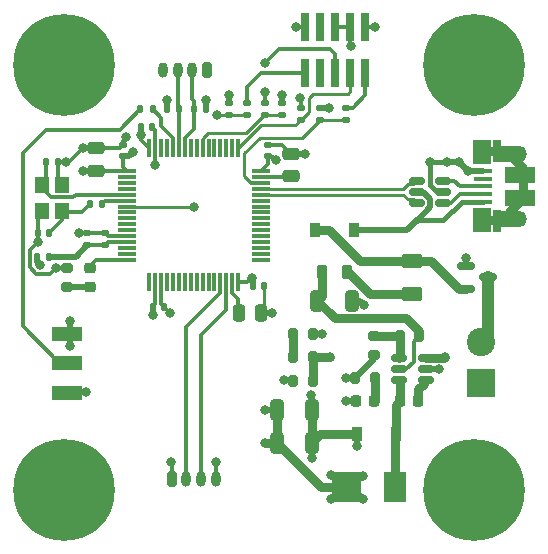
<source format=gbr>
%TF.GenerationSoftware,KiCad,Pcbnew,(6.0.6)*%
%TF.CreationDate,2023-01-10T19:01:40-05:00*%
%TF.ProjectId,STM32F4_REV1,53544d33-3246-4345-9f52-4556312e6b69,rev?*%
%TF.SameCoordinates,Original*%
%TF.FileFunction,Copper,L1,Top*%
%TF.FilePolarity,Positive*%
%FSLAX46Y46*%
G04 Gerber Fmt 4.6, Leading zero omitted, Abs format (unit mm)*
G04 Created by KiCad (PCBNEW (6.0.6)) date 2023-01-10 19:01:40*
%MOMM*%
%LPD*%
G01*
G04 APERTURE LIST*
G04 Aperture macros list*
%AMRoundRect*
0 Rectangle with rounded corners*
0 $1 Rounding radius*
0 $2 $3 $4 $5 $6 $7 $8 $9 X,Y pos of 4 corners*
0 Add a 4 corners polygon primitive as box body*
4,1,4,$2,$3,$4,$5,$6,$7,$8,$9,$2,$3,0*
0 Add four circle primitives for the rounded corners*
1,1,$1+$1,$2,$3*
1,1,$1+$1,$4,$5*
1,1,$1+$1,$6,$7*
1,1,$1+$1,$8,$9*
0 Add four rect primitives between the rounded corners*
20,1,$1+$1,$2,$3,$4,$5,0*
20,1,$1+$1,$4,$5,$6,$7,0*
20,1,$1+$1,$6,$7,$8,$9,0*
20,1,$1+$1,$8,$9,$2,$3,0*%
G04 Aperture macros list end*
%TA.AperFunction,SMDPad,CuDef*%
%ADD10RoundRect,0.250000X-0.625000X0.375000X-0.625000X-0.375000X0.625000X-0.375000X0.625000X0.375000X0*%
%TD*%
%TA.AperFunction,SMDPad,CuDef*%
%ADD11RoundRect,0.250000X0.475000X-0.250000X0.475000X0.250000X-0.475000X0.250000X-0.475000X-0.250000X0*%
%TD*%
%TA.AperFunction,SMDPad,CuDef*%
%ADD12RoundRect,0.150000X0.512500X0.150000X-0.512500X0.150000X-0.512500X-0.150000X0.512500X-0.150000X0*%
%TD*%
%TA.AperFunction,ComponentPad*%
%ADD13RoundRect,0.200000X-0.200000X-0.450000X0.200000X-0.450000X0.200000X0.450000X-0.200000X0.450000X0*%
%TD*%
%TA.AperFunction,ComponentPad*%
%ADD14O,0.800000X1.300000*%
%TD*%
%TA.AperFunction,ComponentPad*%
%ADD15RoundRect,0.200000X0.200000X0.450000X-0.200000X0.450000X-0.200000X-0.450000X0.200000X-0.450000X0*%
%TD*%
%TA.AperFunction,SMDPad,CuDef*%
%ADD16R,1.200000X1.400000*%
%TD*%
%TA.AperFunction,SMDPad,CuDef*%
%ADD17RoundRect,0.075000X-0.700000X-0.075000X0.700000X-0.075000X0.700000X0.075000X-0.700000X0.075000X0*%
%TD*%
%TA.AperFunction,SMDPad,CuDef*%
%ADD18RoundRect,0.075000X-0.075000X-0.700000X0.075000X-0.700000X0.075000X0.700000X-0.075000X0.700000X0*%
%TD*%
%TA.AperFunction,SMDPad,CuDef*%
%ADD19RoundRect,0.140000X-0.140000X-0.170000X0.140000X-0.170000X0.140000X0.170000X-0.140000X0.170000X0*%
%TD*%
%TA.AperFunction,SMDPad,CuDef*%
%ADD20RoundRect,0.135000X-0.185000X0.135000X-0.185000X-0.135000X0.185000X-0.135000X0.185000X0.135000X0*%
%TD*%
%TA.AperFunction,SMDPad,CuDef*%
%ADD21RoundRect,0.200000X0.200000X0.275000X-0.200000X0.275000X-0.200000X-0.275000X0.200000X-0.275000X0*%
%TD*%
%TA.AperFunction,SMDPad,CuDef*%
%ADD22RoundRect,0.250000X-0.325000X-0.650000X0.325000X-0.650000X0.325000X0.650000X-0.325000X0.650000X0*%
%TD*%
%TA.AperFunction,SMDPad,CuDef*%
%ADD23RoundRect,0.135000X0.135000X0.185000X-0.135000X0.185000X-0.135000X-0.185000X0.135000X-0.185000X0*%
%TD*%
%TA.AperFunction,SMDPad,CuDef*%
%ADD24RoundRect,0.135000X0.185000X-0.135000X0.185000X0.135000X-0.185000X0.135000X-0.185000X-0.135000X0*%
%TD*%
%TA.AperFunction,ComponentPad*%
%ADD25C,0.900000*%
%TD*%
%TA.AperFunction,ComponentPad*%
%ADD26C,8.600000*%
%TD*%
%TA.AperFunction,SMDPad,CuDef*%
%ADD27R,0.740000X2.400000*%
%TD*%
%TA.AperFunction,SMDPad,CuDef*%
%ADD28RoundRect,0.140000X0.170000X-0.140000X0.170000X0.140000X-0.170000X0.140000X-0.170000X-0.140000X0*%
%TD*%
%TA.AperFunction,ComponentPad*%
%ADD29R,2.400000X2.400000*%
%TD*%
%TA.AperFunction,ComponentPad*%
%ADD30C,2.400000*%
%TD*%
%TA.AperFunction,SMDPad,CuDef*%
%ADD31R,2.500000X1.250000*%
%TD*%
%TA.AperFunction,SMDPad,CuDef*%
%ADD32RoundRect,0.140000X0.140000X0.170000X-0.140000X0.170000X-0.140000X-0.170000X0.140000X-0.170000X0*%
%TD*%
%TA.AperFunction,SMDPad,CuDef*%
%ADD33R,1.900000X2.500000*%
%TD*%
%TA.AperFunction,SMDPad,CuDef*%
%ADD34RoundRect,0.140000X-0.170000X0.140000X-0.170000X-0.140000X0.170000X-0.140000X0.170000X0.140000X0*%
%TD*%
%TA.AperFunction,SMDPad,CuDef*%
%ADD35RoundRect,0.200000X-0.275000X0.200000X-0.275000X-0.200000X0.275000X-0.200000X0.275000X0.200000X0*%
%TD*%
%TA.AperFunction,SMDPad,CuDef*%
%ADD36RoundRect,0.200000X0.275000X-0.200000X0.275000X0.200000X-0.275000X0.200000X-0.275000X-0.200000X0*%
%TD*%
%TA.AperFunction,SMDPad,CuDef*%
%ADD37RoundRect,0.225000X-0.225000X-0.250000X0.225000X-0.250000X0.225000X0.250000X-0.225000X0.250000X0*%
%TD*%
%TA.AperFunction,SMDPad,CuDef*%
%ADD38R,1.650000X0.400000*%
%TD*%
%TA.AperFunction,ComponentPad*%
%ADD39O,1.700000X1.350000*%
%TD*%
%TA.AperFunction,SMDPad,CuDef*%
%ADD40R,2.000000X1.350000*%
%TD*%
%TA.AperFunction,SMDPad,CuDef*%
%ADD41R,2.500000X1.430000*%
%TD*%
%TA.AperFunction,SMDPad,CuDef*%
%ADD42R,0.700000X1.825000*%
%TD*%
%TA.AperFunction,SMDPad,CuDef*%
%ADD43R,1.500000X2.000000*%
%TD*%
%TA.AperFunction,ComponentPad*%
%ADD44O,1.500000X1.100000*%
%TD*%
%TA.AperFunction,SMDPad,CuDef*%
%ADD45RoundRect,0.150000X-0.587500X-0.150000X0.587500X-0.150000X0.587500X0.150000X-0.587500X0.150000X0*%
%TD*%
%TA.AperFunction,SMDPad,CuDef*%
%ADD46RoundRect,0.200000X-0.200000X-0.275000X0.200000X-0.275000X0.200000X0.275000X-0.200000X0.275000X0*%
%TD*%
%TA.AperFunction,SMDPad,CuDef*%
%ADD47RoundRect,0.250000X-0.250000X-0.475000X0.250000X-0.475000X0.250000X0.475000X-0.250000X0.475000X0*%
%TD*%
%TA.AperFunction,SMDPad,CuDef*%
%ADD48R,0.900000X1.200000*%
%TD*%
%TA.AperFunction,SMDPad,CuDef*%
%ADD49RoundRect,0.218750X0.218750X0.256250X-0.218750X0.256250X-0.218750X-0.256250X0.218750X-0.256250X0*%
%TD*%
%TA.AperFunction,SMDPad,CuDef*%
%ADD50RoundRect,0.147500X-0.147500X-0.172500X0.147500X-0.172500X0.147500X0.172500X-0.147500X0.172500X0*%
%TD*%
%TA.AperFunction,SMDPad,CuDef*%
%ADD51RoundRect,0.250000X0.325000X0.650000X-0.325000X0.650000X-0.325000X-0.650000X0.325000X-0.650000X0*%
%TD*%
%TA.AperFunction,SMDPad,CuDef*%
%ADD52RoundRect,0.135000X-0.135000X-0.185000X0.135000X-0.185000X0.135000X0.185000X-0.135000X0.185000X0*%
%TD*%
%TA.AperFunction,SMDPad,CuDef*%
%ADD53RoundRect,0.218750X0.256250X-0.218750X0.256250X0.218750X-0.256250X0.218750X-0.256250X-0.218750X0*%
%TD*%
%TA.AperFunction,SMDPad,CuDef*%
%ADD54RoundRect,0.218750X0.218750X0.381250X-0.218750X0.381250X-0.218750X-0.381250X0.218750X-0.381250X0*%
%TD*%
%TA.AperFunction,ViaPad*%
%ADD55C,0.800000*%
%TD*%
%TA.AperFunction,Conductor*%
%ADD56C,0.750000*%
%TD*%
%TA.AperFunction,Conductor*%
%ADD57C,0.400000*%
%TD*%
%TA.AperFunction,Conductor*%
%ADD58C,0.300000*%
%TD*%
%TA.AperFunction,Conductor*%
%ADD59C,0.500000*%
%TD*%
%TA.AperFunction,Conductor*%
%ADD60C,0.250000*%
%TD*%
%TA.AperFunction,Conductor*%
%ADD61C,1.000000*%
%TD*%
%TA.AperFunction,Conductor*%
%ADD62C,0.261112*%
%TD*%
G04 APERTURE END LIST*
D10*
%TO.P,F1,1*%
%TO.N,Net-(D1-Pad1)*%
X152500000Y-104850000D03*
%TO.P,F1,2*%
%TO.N,Net-(F1-Pad2)*%
X152500000Y-107650000D03*
%TD*%
D11*
%TO.P,C14,1*%
%TO.N,Net-(C14-Pad1)*%
X142250000Y-97700000D03*
%TO.P,C14,2*%
%TO.N,GND*%
X142250000Y-95800000D03*
%TD*%
D12*
%TO.P,U3,1,I/O1*%
%TO.N,USBCONN_D-*%
X155137500Y-99950000D03*
%TO.P,U3,2,GND*%
%TO.N,GND*%
X155137500Y-99000000D03*
%TO.P,U3,3,I/O2*%
%TO.N,USBCONN_D+*%
X155137500Y-98050000D03*
%TO.P,U3,4,I/O2*%
%TO.N,USB_D+*%
X152862500Y-98050000D03*
%TO.P,U3,5,VBUS*%
%TO.N,+5V*%
X152862500Y-99000000D03*
%TO.P,U3,6,I/O1*%
%TO.N,USB_D-*%
X152862500Y-99950000D03*
%TD*%
D13*
%TO.P,J3,1,Pin_1*%
%TO.N,+3V3*%
X132125000Y-123300000D03*
D14*
%TO.P,J3,2,Pin_2*%
%TO.N,USART3_TX*%
X133375000Y-123300000D03*
%TO.P,J3,3,Pin_3*%
%TO.N,USART3_RX*%
X134625000Y-123300000D03*
%TO.P,J3,4,Pin_4*%
%TO.N,GND*%
X135875000Y-123300000D03*
%TD*%
D15*
%TO.P,J4,1,Pin_1*%
%TO.N,+3V3*%
X135125000Y-88700000D03*
D14*
%TO.P,J4,2,Pin_2*%
%TO.N,I2C1_SCL*%
X133875000Y-88700000D03*
%TO.P,J4,3,Pin_3*%
%TO.N,I2C1_SDA*%
X132625000Y-88700000D03*
%TO.P,J4,4,Pin_4*%
%TO.N,GND*%
X131375000Y-88700000D03*
%TD*%
D16*
%TO.P,Y1,1,1*%
%TO.N,HSE_IN*%
X121150000Y-98400000D03*
%TO.P,Y1,2,2*%
%TO.N,GND*%
X121150000Y-100600000D03*
%TO.P,Y1,3,3*%
%TO.N,Net-(C16-Pad1)*%
X122850000Y-100600000D03*
%TO.P,Y1,4,4*%
%TO.N,GND*%
X122850000Y-98400000D03*
%TD*%
D17*
%TO.P,U2,1,VBAT*%
%TO.N,+3V3*%
X128325000Y-97250000D03*
%TO.P,U2,2,PC13*%
%TO.N,unconnected-(U2-Pad2)*%
X128325000Y-97750000D03*
%TO.P,U2,3,PC14*%
%TO.N,unconnected-(U2-Pad3)*%
X128325000Y-98250000D03*
%TO.P,U2,4,PC15*%
%TO.N,unconnected-(U2-Pad4)*%
X128325000Y-98750000D03*
%TO.P,U2,5,PH0*%
%TO.N,HSE_IN*%
X128325000Y-99250000D03*
%TO.P,U2,6,PH1*%
%TO.N,HSE_OUT*%
X128325000Y-99750000D03*
%TO.P,U2,7,NRST*%
%TO.N,NRST*%
X128325000Y-100250000D03*
%TO.P,U2,8,PC0*%
%TO.N,unconnected-(U2-Pad8)*%
X128325000Y-100750000D03*
%TO.P,U2,9,PC1*%
%TO.N,unconnected-(U2-Pad9)*%
X128325000Y-101250000D03*
%TO.P,U2,10,PC2*%
%TO.N,unconnected-(U2-Pad10)*%
X128325000Y-101750000D03*
%TO.P,U2,11,PC3*%
%TO.N,unconnected-(U2-Pad11)*%
X128325000Y-102250000D03*
%TO.P,U2,12,VSSA*%
%TO.N,GND*%
X128325000Y-102750000D03*
%TO.P,U2,13,VDDA*%
%TO.N,+3.3VA*%
X128325000Y-103250000D03*
%TO.P,U2,14,PA0*%
%TO.N,unconnected-(U2-Pad14)*%
X128325000Y-103750000D03*
%TO.P,U2,15,PA1*%
%TO.N,unconnected-(U2-Pad15)*%
X128325000Y-104250000D03*
%TO.P,U2,16,PA2*%
%TO.N,STATUS_LED*%
X128325000Y-104750000D03*
D18*
%TO.P,U2,17,PA3*%
%TO.N,unconnected-(U2-Pad17)*%
X130250000Y-106675000D03*
%TO.P,U2,18,VSS*%
%TO.N,GND*%
X130750000Y-106675000D03*
%TO.P,U2,19,VDD*%
%TO.N,+3V3*%
X131250000Y-106675000D03*
%TO.P,U2,20,PA4*%
%TO.N,unconnected-(U2-Pad20)*%
X131750000Y-106675000D03*
%TO.P,U2,21,PA5*%
%TO.N,unconnected-(U2-Pad21)*%
X132250000Y-106675000D03*
%TO.P,U2,22,PA6*%
%TO.N,unconnected-(U2-Pad22)*%
X132750000Y-106675000D03*
%TO.P,U2,23,PA7*%
%TO.N,unconnected-(U2-Pad23)*%
X133250000Y-106675000D03*
%TO.P,U2,24,PC4*%
%TO.N,unconnected-(U2-Pad24)*%
X133750000Y-106675000D03*
%TO.P,U2,25,PC5*%
%TO.N,unconnected-(U2-Pad25)*%
X134250000Y-106675000D03*
%TO.P,U2,26,PB0*%
%TO.N,unconnected-(U2-Pad26)*%
X134750000Y-106675000D03*
%TO.P,U2,27,PB1*%
%TO.N,unconnected-(U2-Pad27)*%
X135250000Y-106675000D03*
%TO.P,U2,28,PB2*%
%TO.N,unconnected-(U2-Pad28)*%
X135750000Y-106675000D03*
%TO.P,U2,29,PB10*%
%TO.N,USART3_TX*%
X136250000Y-106675000D03*
%TO.P,U2,30,PB11*%
%TO.N,USART3_RX*%
X136750000Y-106675000D03*
%TO.P,U2,31,VCAP_1*%
%TO.N,Net-(C13-Pad1)*%
X137250000Y-106675000D03*
%TO.P,U2,32,VDD*%
%TO.N,+3V3*%
X137750000Y-106675000D03*
D17*
%TO.P,U2,33,PB12*%
%TO.N,unconnected-(U2-Pad33)*%
X139675000Y-104750000D03*
%TO.P,U2,34,PB13*%
%TO.N,unconnected-(U2-Pad34)*%
X139675000Y-104250000D03*
%TO.P,U2,35,PB14*%
%TO.N,unconnected-(U2-Pad35)*%
X139675000Y-103750000D03*
%TO.P,U2,36,PB15*%
%TO.N,unconnected-(U2-Pad36)*%
X139675000Y-103250000D03*
%TO.P,U2,37,PC6*%
%TO.N,unconnected-(U2-Pad37)*%
X139675000Y-102750000D03*
%TO.P,U2,38,PC7*%
%TO.N,unconnected-(U2-Pad38)*%
X139675000Y-102250000D03*
%TO.P,U2,39,PC8*%
%TO.N,unconnected-(U2-Pad39)*%
X139675000Y-101750000D03*
%TO.P,U2,40,PC9*%
%TO.N,unconnected-(U2-Pad40)*%
X139675000Y-101250000D03*
%TO.P,U2,41,PA8*%
%TO.N,unconnected-(U2-Pad41)*%
X139675000Y-100750000D03*
%TO.P,U2,42,PA9*%
%TO.N,unconnected-(U2-Pad42)*%
X139675000Y-100250000D03*
%TO.P,U2,43,PA10*%
%TO.N,unconnected-(U2-Pad43)*%
X139675000Y-99750000D03*
%TO.P,U2,44,PA11*%
%TO.N,USB_D-*%
X139675000Y-99250000D03*
%TO.P,U2,45,PA12*%
%TO.N,USB_D+*%
X139675000Y-98750000D03*
%TO.P,U2,46,PA13*%
%TO.N,SWIO*%
X139675000Y-98250000D03*
%TO.P,U2,47,VCAP_2*%
%TO.N,Net-(C14-Pad1)*%
X139675000Y-97750000D03*
%TO.P,U2,48,VDD*%
%TO.N,+3V3*%
X139675000Y-97250000D03*
D18*
%TO.P,U2,49,PA14*%
%TO.N,SWCLK*%
X137750000Y-95325000D03*
%TO.P,U2,50,PA15*%
%TO.N,unconnected-(U2-Pad50)*%
X137250000Y-95325000D03*
%TO.P,U2,51,PC10*%
%TO.N,unconnected-(U2-Pad51)*%
X136750000Y-95325000D03*
%TO.P,U2,52,PC11*%
%TO.N,unconnected-(U2-Pad52)*%
X136250000Y-95325000D03*
%TO.P,U2,53,PC12*%
%TO.N,unconnected-(U2-Pad53)*%
X135750000Y-95325000D03*
%TO.P,U2,54,PD2*%
%TO.N,unconnected-(U2-Pad54)*%
X135250000Y-95325000D03*
%TO.P,U2,55,PB3*%
%TO.N,SWO*%
X134750000Y-95325000D03*
%TO.P,U2,56,PB4*%
%TO.N,unconnected-(U2-Pad56)*%
X134250000Y-95325000D03*
%TO.P,U2,57,PB5*%
%TO.N,unconnected-(U2-Pad57)*%
X133750000Y-95325000D03*
%TO.P,U2,58,PB6*%
%TO.N,I2C1_SCL*%
X133250000Y-95325000D03*
%TO.P,U2,59,PB7*%
%TO.N,I2C1_SDA*%
X132750000Y-95325000D03*
%TO.P,U2,60,BOOT0*%
%TO.N,BOOT0*%
X132250000Y-95325000D03*
%TO.P,U2,61,PB8*%
%TO.N,unconnected-(U2-Pad61)*%
X131750000Y-95325000D03*
%TO.P,U2,62,PB9*%
%TO.N,unconnected-(U2-Pad62)*%
X131250000Y-95325000D03*
%TO.P,U2,63,VSS*%
%TO.N,GND*%
X130750000Y-95325000D03*
%TO.P,U2,64,VDD*%
%TO.N,+3V3*%
X130250000Y-95325000D03*
%TD*%
D19*
%TO.P,C8,1*%
%TO.N,+3V3*%
X139020000Y-107000000D03*
%TO.P,C8,2*%
%TO.N,GND*%
X139980000Y-107000000D03*
%TD*%
D20*
%TO.P,R10,1*%
%TO.N,Net-(J2-Pad2)*%
X146930000Y-91910000D03*
%TO.P,R10,2*%
%TO.N,SWIO*%
X146930000Y-92930000D03*
%TD*%
D21*
%TO.P,R6,1*%
%TO.N,Net-(D3-Pad1)*%
X149325000Y-114750000D03*
%TO.P,R6,2*%
%TO.N,GND*%
X147675000Y-114750000D03*
%TD*%
D22*
%TO.P,C4,1*%
%TO.N,BUCK_IN*%
X144462500Y-108250000D03*
%TO.P,C4,2*%
%TO.N,GND*%
X147412500Y-108250000D03*
%TD*%
D19*
%TO.P,C15,1*%
%TO.N,HSE_IN*%
X121520000Y-96500000D03*
%TO.P,C15,2*%
%TO.N,GND*%
X122480000Y-96500000D03*
%TD*%
D23*
%TO.P,R16,1*%
%TO.N,+3V3*%
X135010000Y-92000000D03*
%TO.P,R16,2*%
%TO.N,I2C1_SCL*%
X133990000Y-92000000D03*
%TD*%
D20*
%TO.P,R11,1*%
%TO.N,Net-(J2-Pad6)*%
X140000000Y-91490000D03*
%TO.P,R11,2*%
%TO.N,SWO*%
X140000000Y-92510000D03*
%TD*%
D21*
%TO.P,R2,1*%
%TO.N,BUCK_IN*%
X153075000Y-111250000D03*
%TO.P,R2,2*%
%TO.N,BUCK_EN*%
X151425000Y-111250000D03*
%TD*%
D11*
%TO.P,C5,1*%
%TO.N,+3V3*%
X125750000Y-97200000D03*
%TO.P,C5,2*%
%TO.N,GND*%
X125750000Y-95300000D03*
%TD*%
D24*
%TO.P,R8,1*%
%TO.N,SWO*%
X141500000Y-92510000D03*
%TO.P,R8,2*%
%TO.N,+3V3*%
X141500000Y-91490000D03*
%TD*%
D25*
%TO.P,H3,1,1*%
%TO.N,GND*%
X120719581Y-121969581D03*
X120719581Y-126530419D03*
X125280419Y-121969581D03*
X125280419Y-126530419D03*
D26*
X123000000Y-124250000D03*
D25*
X126225000Y-124250000D03*
X123000000Y-127475000D03*
X119775000Y-124250000D03*
X123000000Y-121025000D03*
%TD*%
D27*
%TO.P,J2,1,Pin_1*%
%TO.N,+3V3*%
X148540000Y-85050000D03*
%TO.P,J2,2,Pin_2*%
%TO.N,Net-(J2-Pad2)*%
X148540000Y-88950000D03*
%TO.P,J2,3,Pin_3*%
%TO.N,GND*%
X147270000Y-85050000D03*
%TO.P,J2,4,Pin_4*%
%TO.N,SWCLK*%
X147270000Y-88950000D03*
%TO.P,J2,5,Pin_5*%
%TO.N,GND*%
X146000000Y-85050000D03*
%TO.P,J2,6,Pin_6*%
%TO.N,Net-(J2-Pad6)*%
X146000000Y-88950000D03*
%TO.P,J2,7,Pin_7*%
%TO.N,unconnected-(J2-Pad7)*%
X144730000Y-85050000D03*
%TO.P,J2,8,Pin_8*%
%TO.N,unconnected-(J2-Pad8)*%
X144730000Y-88950000D03*
%TO.P,J2,9,Pin_9*%
%TO.N,GND*%
X143460000Y-85050000D03*
%TO.P,J2,10,Pin_10*%
%TO.N,Net-(J2-Pad10)*%
X143460000Y-88950000D03*
%TD*%
D25*
%TO.P,H4,1,1*%
%TO.N,GND*%
X123000000Y-85025000D03*
X125280419Y-85969581D03*
X125280419Y-90530419D03*
X126225000Y-88250000D03*
X119775000Y-88250000D03*
X123000000Y-91475000D03*
X120719581Y-90530419D03*
X120719581Y-85969581D03*
D26*
X123000000Y-88250000D03*
%TD*%
D28*
%TO.P,C9,1*%
%TO.N,+3V3*%
X140250000Y-95980000D03*
%TO.P,C9,2*%
%TO.N,GND*%
X140250000Y-95020000D03*
%TD*%
D24*
%TO.P,R9,1*%
%TO.N,NRST*%
X137000000Y-92510000D03*
%TO.P,R9,2*%
%TO.N,+3V3*%
X137000000Y-91490000D03*
%TD*%
D19*
%TO.P,C10,1*%
%TO.N,+3V3*%
X129520000Y-93500000D03*
%TO.P,C10,2*%
%TO.N,GND*%
X130480000Y-93500000D03*
%TD*%
D29*
%TO.P,J1,1,Pin_1*%
%TO.N,GND*%
X158280000Y-115200000D03*
D30*
%TO.P,J1,2,Pin_2*%
%TO.N,+12V*%
X158280000Y-111700000D03*
%TD*%
D20*
%TO.P,R13,1*%
%TO.N,GND*%
X143040000Y-91920000D03*
%TO.P,R13,2*%
%TO.N,SWCLK*%
X143040000Y-92940000D03*
%TD*%
D31*
%TO.P,SW1,1,A*%
%TO.N,+3V3*%
X123250000Y-111000000D03*
%TO.P,SW1,2,B*%
%TO.N,Net-(R14-Pad2)*%
X123250000Y-113500000D03*
%TO.P,SW1,3,C*%
%TO.N,GND*%
X123250000Y-116000000D03*
%TD*%
D32*
%TO.P,C16,1*%
%TO.N,Net-(C16-Pad1)*%
X121730000Y-102500000D03*
%TO.P,C16,2*%
%TO.N,GND*%
X120770000Y-102500000D03*
%TD*%
D23*
%TO.P,R15,1*%
%TO.N,HSE_OUT*%
X126260000Y-100000000D03*
%TO.P,R15,2*%
%TO.N,Net-(C16-Pad1)*%
X125240000Y-100000000D03*
%TD*%
D33*
%TO.P,L1,1*%
%TO.N,BUCK_SW*%
X151050000Y-124000000D03*
%TO.P,L1,2*%
%TO.N,+3V3*%
X146950000Y-124000000D03*
%TD*%
D34*
%TO.P,C11,1*%
%TO.N,GND*%
X125000000Y-102520000D03*
%TO.P,C11,2*%
%TO.N,+3.3VA*%
X125000000Y-103480000D03*
%TD*%
D35*
%TO.P,R4,1*%
%TO.N,BUCK_EN*%
X149250000Y-111175000D03*
%TO.P,R4,2*%
%TO.N,GND*%
X149250000Y-112825000D03*
%TD*%
D34*
%TO.P,C12,1*%
%TO.N,GND*%
X126500000Y-102520000D03*
%TO.P,C12,2*%
%TO.N,+3.3VA*%
X126500000Y-103480000D03*
%TD*%
D36*
%TO.P,R18,1*%
%TO.N,Net-(D4-Pad1)*%
X123250000Y-107075000D03*
%TO.P,R18,2*%
%TO.N,GND*%
X123250000Y-105425000D03*
%TD*%
D28*
%TO.P,C6,1*%
%TO.N,+3V3*%
X128000000Y-96000000D03*
%TO.P,C6,2*%
%TO.N,GND*%
X128000000Y-95040000D03*
%TD*%
D32*
%TO.P,C7,1*%
%TO.N,+3V3*%
X131480000Y-108750000D03*
%TO.P,C7,2*%
%TO.N,GND*%
X130520000Y-108750000D03*
%TD*%
D37*
%TO.P,C1,1*%
%TO.N,BUCK_SW*%
X151475000Y-116750000D03*
%TO.P,C1,2*%
%TO.N,BUCK_BST*%
X153025000Y-116750000D03*
%TD*%
D20*
%TO.P,R12,1*%
%TO.N,Net-(J2-Pad10)*%
X138500000Y-91490000D03*
%TO.P,R12,2*%
%TO.N,NRST*%
X138500000Y-92510000D03*
%TD*%
D38*
%TO.P,J5,1,VBUS*%
%TO.N,+5V*%
X158495000Y-99845000D03*
%TO.P,J5,2,D-*%
%TO.N,USBCONN_D-*%
X158495000Y-99195000D03*
%TO.P,J5,3,D+*%
%TO.N,USBCONN_D+*%
X158495000Y-98545000D03*
%TO.P,J5,4,ID*%
%TO.N,unconnected-(J5-Pad4)*%
X158495000Y-97895000D03*
%TO.P,J5,5,GND*%
%TO.N,GND*%
X158495000Y-97245000D03*
D39*
%TO.P,J5,6,Shield*%
%TO.N,unconnected-(J5-Pad6)*%
X161375000Y-101275000D03*
D40*
X160445000Y-101275000D03*
D41*
X161645000Y-97585000D03*
D42*
X159695000Y-95545000D03*
D43*
X158395000Y-101395000D03*
D42*
X159695000Y-101495000D03*
D39*
X161375000Y-95815000D03*
D44*
X158375000Y-96125000D03*
D43*
X158375000Y-95645000D03*
D41*
X161645000Y-99505000D03*
D44*
X158375000Y-100965000D03*
D40*
X160445000Y-95795000D03*
%TD*%
D45*
%TO.P,Q1,1,G*%
%TO.N,GND*%
X157062500Y-105300000D03*
%TO.P,Q1,2,S*%
%TO.N,Net-(D1-Pad1)*%
X157062500Y-107200000D03*
%TO.P,Q1,3,D*%
%TO.N,+12V*%
X158937500Y-106250000D03*
%TD*%
D46*
%TO.P,R5,1*%
%TO.N,Net-(R3-Pad2)*%
X142425000Y-111000000D03*
%TO.P,R5,2*%
%TO.N,GND*%
X144075000Y-111000000D03*
%TD*%
D47*
%TO.P,C13,1*%
%TO.N,Net-(C13-Pad1)*%
X137800000Y-109250000D03*
%TO.P,C13,2*%
%TO.N,GND*%
X139700000Y-109250000D03*
%TD*%
D26*
%TO.P,H1,1,1*%
%TO.N,GND*%
X157750000Y-88250000D03*
D25*
X154525000Y-88250000D03*
X155469581Y-85969581D03*
X160975000Y-88250000D03*
X155469581Y-90530419D03*
X157750000Y-91475000D03*
X160030419Y-85969581D03*
X160030419Y-90530419D03*
X157750000Y-85025000D03*
%TD*%
D48*
%TO.P,D1,1,K*%
%TO.N,Net-(D1-Pad1)*%
X144287500Y-102250000D03*
%TO.P,D1,2,A*%
%TO.N,+5V*%
X147587500Y-102250000D03*
%TD*%
D49*
%TO.P,D3,1,K*%
%TO.N,Net-(D3-Pad1)*%
X149287500Y-116750000D03*
%TO.P,D3,2,A*%
%TO.N,+3V3*%
X147712500Y-116750000D03*
%TD*%
D50*
%TO.P,L2,1*%
%TO.N,+3V3*%
X120750000Y-104480000D03*
%TO.P,L2,2*%
%TO.N,+3.3VA*%
X121720000Y-104480000D03*
%TD*%
D51*
%TO.P,C2,1*%
%TO.N,GND*%
X143975000Y-117500000D03*
%TO.P,C2,2*%
%TO.N,+3V3*%
X141025000Y-117500000D03*
%TD*%
D12*
%TO.P,U1,1,BST*%
%TO.N,BUCK_BST*%
X153637500Y-114950000D03*
%TO.P,U1,2,GND*%
%TO.N,GND*%
X153637500Y-114000000D03*
%TO.P,U1,3,FB*%
%TO.N,BUCK_FB*%
X153637500Y-113050000D03*
%TO.P,U1,4,EN*%
%TO.N,BUCK_EN*%
X151362500Y-113050000D03*
%TO.P,U1,5,IN*%
%TO.N,BUCK_IN*%
X151362500Y-114000000D03*
%TO.P,U1,6,SW*%
%TO.N,BUCK_SW*%
X151362500Y-114950000D03*
%TD*%
D52*
%TO.P,R17,1*%
%TO.N,+3V3*%
X131740000Y-92000000D03*
%TO.P,R17,2*%
%TO.N,I2C1_SDA*%
X132760000Y-92000000D03*
%TD*%
D51*
%TO.P,C3,1*%
%TO.N,GND*%
X143975000Y-120250000D03*
%TO.P,C3,2*%
%TO.N,+3V3*%
X141025000Y-120250000D03*
%TD*%
D53*
%TO.P,D4,1,K*%
%TO.N,Net-(D4-Pad1)*%
X125250000Y-107037500D03*
%TO.P,D4,2,A*%
%TO.N,STATUS_LED*%
X125250000Y-105462500D03*
%TD*%
D25*
%TO.P,H2,1,1*%
%TO.N,GND*%
X160975000Y-124250000D03*
X155469581Y-121969581D03*
D26*
X157750000Y-124250000D03*
D25*
X160030419Y-121969581D03*
X155469581Y-126530419D03*
X154525000Y-124250000D03*
X160030419Y-126530419D03*
X157750000Y-121025000D03*
X157750000Y-127475000D03*
%TD*%
D24*
%TO.P,R7,1*%
%TO.N,SWIO*%
X144680000Y-92930000D03*
%TO.P,R7,2*%
%TO.N,+3V3*%
X144680000Y-91910000D03*
%TD*%
D48*
%TO.P,D2,1,K*%
%TO.N,BUCK_SW*%
X151150000Y-119500000D03*
%TO.P,D2,2,A*%
%TO.N,GND*%
X147850000Y-119500000D03*
%TD*%
D23*
%TO.P,R14,1*%
%TO.N,BOOT0*%
X130510000Y-92000000D03*
%TO.P,R14,2*%
%TO.N,Net-(R14-Pad2)*%
X129490000Y-92000000D03*
%TD*%
D54*
%TO.P,FB1,1*%
%TO.N,Net-(F1-Pad2)*%
X147000000Y-105750000D03*
%TO.P,FB1,2*%
%TO.N,BUCK_IN*%
X144875000Y-105750000D03*
%TD*%
D21*
%TO.P,R3,1*%
%TO.N,BUCK_FB*%
X144075000Y-113000000D03*
%TO.P,R3,2*%
%TO.N,Net-(R3-Pad2)*%
X142425000Y-113000000D03*
%TD*%
D46*
%TO.P,R1,1*%
%TO.N,+3V3*%
X142425000Y-115000000D03*
%TO.P,R1,2*%
%TO.N,BUCK_FB*%
X144075000Y-115000000D03*
%TD*%
D55*
%TO.N,GND*%
X143400000Y-95800000D03*
X143017341Y-91028381D03*
X144890000Y-111060000D03*
X157220000Y-97230000D03*
X147280000Y-86650000D03*
X123170000Y-96510000D03*
X143940000Y-116180000D03*
X130520000Y-109470000D03*
X157050000Y-104570000D03*
X153960000Y-96510000D03*
X155410000Y-96520000D03*
X142680000Y-85050000D03*
X130740000Y-96720000D03*
X135890000Y-121920000D03*
X140650000Y-109270000D03*
X154730000Y-114040000D03*
X124620000Y-95310000D03*
X146870000Y-114740000D03*
X122370000Y-105430000D03*
X124900000Y-115970000D03*
X148400000Y-108590000D03*
X156490000Y-96520000D03*
X124280000Y-102530000D03*
X128300000Y-94360000D03*
X143970000Y-121560000D03*
X147820000Y-120510000D03*
X120780000Y-103220000D03*
%TO.N,+3V3*%
X140930000Y-96340000D03*
X145420000Y-91910000D03*
X132030000Y-109280000D03*
X123530000Y-112040000D03*
X124620000Y-97240000D03*
X145590000Y-122980000D03*
X140040000Y-120230000D03*
X148320000Y-124970000D03*
X137010000Y-90790000D03*
X141500000Y-90800000D03*
X121000000Y-105200000D03*
X148310000Y-123030000D03*
X149330000Y-85030000D03*
X132080000Y-121920000D03*
X129520000Y-94220000D03*
X131730000Y-91270000D03*
X141610000Y-114970000D03*
X145590000Y-124980000D03*
X128840000Y-95640000D03*
X135000000Y-91270000D03*
X146860000Y-116750000D03*
X138940000Y-106270000D03*
X140030000Y-117460000D03*
X123530000Y-109960000D03*
%TO.N,Net-(J2-Pad6)*%
X140020000Y-88110000D03*
X140010000Y-90520000D03*
%TO.N,BUCK_FB*%
X155250000Y-113000000D03*
X145500000Y-113000000D03*
%TO.N,NRST*%
X136000000Y-92500000D03*
X134000000Y-100250000D03*
%TD*%
D56*
%TO.N,BUCK_SW*%
X151150000Y-119500000D02*
X151150000Y-117075000D01*
X151050000Y-119600000D02*
X151150000Y-119500000D01*
X151150000Y-117075000D02*
X151475000Y-116750000D01*
X151475000Y-116750000D02*
X151475000Y-115275000D01*
X151050000Y-124000000D02*
X151050000Y-119600000D01*
%TO.N,BUCK_BST*%
X153025000Y-116750000D02*
X153025000Y-115725000D01*
X153025000Y-115725000D02*
X153500000Y-115250000D01*
D57*
%TO.N,GND*%
X154590000Y-99000000D02*
X154000000Y-98410000D01*
D58*
X127740000Y-95300000D02*
X128000000Y-95040000D01*
D57*
X153960000Y-96510000D02*
X155400000Y-96510000D01*
D58*
X120770000Y-100980000D02*
X120770000Y-102500000D01*
X126730000Y-102750000D02*
X128325000Y-102750000D01*
D59*
X130520000Y-108750000D02*
X130520000Y-109470000D01*
D58*
X121150000Y-100600000D02*
X120770000Y-100980000D01*
X130750000Y-95325000D02*
X130750000Y-96710000D01*
X125000000Y-102520000D02*
X124290000Y-102520000D01*
D59*
X143975000Y-116215000D02*
X143940000Y-116180000D01*
D56*
X147850000Y-119500000D02*
X144725000Y-119500000D01*
D59*
X153637500Y-114000000D02*
X154690000Y-114000000D01*
D58*
X143460000Y-85050000D02*
X142680000Y-85050000D01*
X124870000Y-116000000D02*
X124900000Y-115970000D01*
X130750000Y-96710000D02*
X130740000Y-96720000D01*
D59*
X149250000Y-113175000D02*
X147675000Y-114750000D01*
D58*
X123160000Y-96500000D02*
X123170000Y-96510000D01*
X146000000Y-85050000D02*
X147270000Y-85050000D01*
D59*
X156490000Y-96520000D02*
X155410000Y-96520000D01*
D56*
X144725000Y-119500000D02*
X143975000Y-120250000D01*
D58*
X120770000Y-102500000D02*
X120770000Y-103210000D01*
D59*
X139700000Y-109250000D02*
X140630000Y-109250000D01*
X158495000Y-97245000D02*
X157235000Y-97245000D01*
D60*
X139980000Y-108970000D02*
X139700000Y-109250000D01*
D58*
X120780000Y-103220000D02*
X120105000Y-103895000D01*
X123420000Y-96510000D02*
X124620000Y-95310000D01*
D59*
X143975000Y-117500000D02*
X143975000Y-116215000D01*
D58*
X125750000Y-95300000D02*
X127740000Y-95300000D01*
X125750000Y-95300000D02*
X124630000Y-95300000D01*
X130750000Y-93770000D02*
X130750000Y-95325000D01*
X120770000Y-103210000D02*
X120780000Y-103220000D01*
D59*
X143975000Y-121555000D02*
X143970000Y-121560000D01*
D58*
X123170000Y-96510000D02*
X123420000Y-96510000D01*
D56*
X143975000Y-117500000D02*
X143975000Y-120250000D01*
D58*
X135875000Y-121935000D02*
X135890000Y-121920000D01*
D57*
X155137500Y-99000000D02*
X154590000Y-99000000D01*
D59*
X140630000Y-109250000D02*
X140650000Y-109270000D01*
D58*
X124630000Y-95300000D02*
X124620000Y-95310000D01*
D59*
X147850000Y-120480000D02*
X147820000Y-120510000D01*
D58*
X143040000Y-91051040D02*
X143040000Y-91920000D01*
X147270000Y-86640000D02*
X147280000Y-86650000D01*
X121840000Y-105960000D02*
X122370000Y-105430000D01*
X122480000Y-96500000D02*
X123160000Y-96500000D01*
X141470000Y-95020000D02*
X140250000Y-95020000D01*
X130750000Y-108520000D02*
X130520000Y-108750000D01*
D59*
X157062500Y-105300000D02*
X157062500Y-104582500D01*
X144075000Y-111000000D02*
X144830000Y-111000000D01*
X154690000Y-114000000D02*
X154730000Y-114040000D01*
D58*
X123250000Y-105425000D02*
X122375000Y-105425000D01*
X147270000Y-85050000D02*
X147270000Y-86640000D01*
X123250000Y-116000000D02*
X124870000Y-116000000D01*
X125000000Y-102520000D02*
X126500000Y-102520000D01*
D59*
X142250000Y-95800000D02*
X143400000Y-95800000D01*
X157220000Y-97230000D02*
X157200000Y-97230000D01*
D57*
X155400000Y-96510000D02*
X155410000Y-96520000D01*
D58*
X135875000Y-123300000D02*
X135875000Y-121935000D01*
X130480000Y-93500000D02*
X130750000Y-93770000D01*
X124290000Y-102520000D02*
X124280000Y-102530000D01*
D59*
X144830000Y-111000000D02*
X144890000Y-111060000D01*
X157235000Y-97245000D02*
X157220000Y-97230000D01*
X146880000Y-114750000D02*
X146870000Y-114740000D01*
X147412500Y-108250000D02*
X148060000Y-108250000D01*
X147850000Y-119500000D02*
X147850000Y-120480000D01*
D58*
X143017341Y-91028381D02*
X143040000Y-91051040D01*
D60*
X139980000Y-107000000D02*
X139980000Y-108970000D01*
D57*
X154000000Y-96550000D02*
X153960000Y-96510000D01*
D58*
X126500000Y-102520000D02*
X126730000Y-102750000D01*
X122480000Y-96500000D02*
X122480000Y-98030000D01*
X128000000Y-94660000D02*
X128300000Y-94360000D01*
D59*
X148060000Y-108250000D02*
X148400000Y-108590000D01*
D58*
X122480000Y-98030000D02*
X122850000Y-98400000D01*
X130750000Y-106675000D02*
X130750000Y-108520000D01*
X120680000Y-105960000D02*
X121840000Y-105960000D01*
D59*
X143975000Y-120250000D02*
X143975000Y-121555000D01*
D58*
X120105000Y-105385000D02*
X120680000Y-105960000D01*
D59*
X157200000Y-97230000D02*
X156490000Y-96520000D01*
D58*
X120105000Y-103895000D02*
X120105000Y-105385000D01*
D57*
X154000000Y-98410000D02*
X154000000Y-96550000D01*
D59*
X157062500Y-104582500D02*
X157050000Y-104570000D01*
D58*
X122375000Y-105425000D02*
X122370000Y-105430000D01*
X128000000Y-95040000D02*
X128000000Y-94660000D01*
D59*
X149250000Y-112825000D02*
X149250000Y-113175000D01*
D58*
X142250000Y-95800000D02*
X141470000Y-95020000D01*
D59*
X147675000Y-114750000D02*
X146880000Y-114750000D01*
%TO.N,+3V3*%
X145590000Y-124980000D02*
X145930000Y-124640000D01*
X147940000Y-123400000D02*
X147940000Y-124590000D01*
X128480000Y-96000000D02*
X128840000Y-95640000D01*
D56*
X140040000Y-120230000D02*
X140060000Y-120250000D01*
D59*
X129520000Y-93500000D02*
X129520000Y-94220000D01*
X148310000Y-123030000D02*
X147940000Y-123400000D01*
D56*
X140060000Y-120250000D02*
X141025000Y-120250000D01*
D59*
X139020000Y-106350000D02*
X138940000Y-106270000D01*
X144680000Y-91910000D02*
X145420000Y-91910000D01*
D58*
X140930000Y-96340000D02*
X140570000Y-95980000D01*
X140250000Y-96675000D02*
X139675000Y-97250000D01*
D56*
X144775000Y-124000000D02*
X141025000Y-120250000D01*
D59*
X145590000Y-122980000D02*
X145930000Y-122980000D01*
X146860000Y-116750000D02*
X147712500Y-116750000D01*
D58*
X140570000Y-95980000D02*
X140250000Y-95980000D01*
X138535000Y-106675000D02*
X137750000Y-106675000D01*
D59*
X145600000Y-124970000D02*
X148320000Y-124970000D01*
D58*
X138940000Y-106270000D02*
X138535000Y-106675000D01*
D59*
X147920000Y-123030000D02*
X146950000Y-124000000D01*
D58*
X140250000Y-95980000D02*
X140250000Y-96675000D01*
D59*
X121000000Y-105200000D02*
X120750000Y-104950000D01*
X141025000Y-117500000D02*
X140070000Y-117500000D01*
X148320000Y-124970000D02*
X147920000Y-124970000D01*
X123530000Y-112040000D02*
X123530000Y-111280000D01*
D58*
X148540000Y-85050000D02*
X149310000Y-85050000D01*
D59*
X145970000Y-124980000D02*
X146950000Y-124000000D01*
X139020000Y-107000000D02*
X139020000Y-106350000D01*
D58*
X128000000Y-96000000D02*
X128000000Y-96925000D01*
D59*
X135010000Y-92000000D02*
X135010000Y-91280000D01*
X131740000Y-92000000D02*
X131740000Y-91280000D01*
X148260000Y-122980000D02*
X148310000Y-123030000D01*
D58*
X129520000Y-94595000D02*
X130250000Y-95325000D01*
D59*
X135010000Y-91280000D02*
X135000000Y-91270000D01*
X145590000Y-124980000D02*
X145970000Y-124980000D01*
D58*
X132125000Y-123300000D02*
X132125000Y-121965000D01*
D56*
X146810000Y-124000000D02*
X144775000Y-124000000D01*
D58*
X124630000Y-97250000D02*
X128325000Y-97250000D01*
D59*
X145930000Y-123320000D02*
X145590000Y-122980000D01*
X145590000Y-122980000D02*
X148260000Y-122980000D01*
X137000000Y-90800000D02*
X137010000Y-90790000D01*
X123530000Y-109960000D02*
X123530000Y-110720000D01*
X128000000Y-96000000D02*
X128480000Y-96000000D01*
X123530000Y-111280000D02*
X123250000Y-111000000D01*
X140070000Y-117500000D02*
X140030000Y-117460000D01*
X131740000Y-91280000D02*
X131730000Y-91270000D01*
X123530000Y-110720000D02*
X123250000Y-111000000D01*
D56*
X141025000Y-117500000D02*
X141025000Y-120250000D01*
D58*
X149310000Y-85050000D02*
X149330000Y-85030000D01*
D59*
X145590000Y-124980000D02*
X145600000Y-124970000D01*
X147940000Y-124590000D02*
X148320000Y-124970000D01*
X137000000Y-91490000D02*
X137000000Y-90800000D01*
D58*
X132030000Y-109280000D02*
X131250000Y-108500000D01*
D59*
X141500000Y-90800000D02*
X141500000Y-91490000D01*
X147920000Y-124970000D02*
X146950000Y-124000000D01*
X142395000Y-114970000D02*
X142425000Y-115000000D01*
D58*
X129520000Y-94220000D02*
X129520000Y-94595000D01*
D59*
X148310000Y-123030000D02*
X147920000Y-123030000D01*
X120750000Y-104950000D02*
X120750000Y-104480000D01*
X141610000Y-114970000D02*
X142395000Y-114970000D01*
X145930000Y-124640000D02*
X145930000Y-123320000D01*
D58*
X128000000Y-96925000D02*
X128325000Y-97250000D01*
X124620000Y-97240000D02*
X124630000Y-97250000D01*
X132125000Y-121965000D02*
X132080000Y-121920000D01*
D59*
X145930000Y-122980000D02*
X146950000Y-124000000D01*
D58*
X131250000Y-108500000D02*
X131250000Y-106675000D01*
D56*
%TO.N,BUCK_IN*%
X153075000Y-111250000D02*
X153075000Y-110800000D01*
D58*
X152000000Y-114000000D02*
X152625000Y-113375000D01*
X152625000Y-111700000D02*
X153075000Y-111250000D01*
D56*
X152000000Y-109725000D02*
X153075000Y-110800000D01*
D58*
X151362500Y-114000000D02*
X152000000Y-114000000D01*
D56*
X144462500Y-108250000D02*
X145937500Y-109725000D01*
X144875000Y-107837500D02*
X144462500Y-108250000D01*
X145937500Y-109725000D02*
X152000000Y-109725000D01*
D58*
X152625000Y-113375000D02*
X152625000Y-111700000D01*
D56*
X144875000Y-105750000D02*
X144875000Y-107837500D01*
D58*
%TO.N,+3.3VA*%
X126730000Y-103250000D02*
X128325000Y-103250000D01*
D59*
X121720000Y-104480000D02*
X124000000Y-104480000D01*
X124000000Y-104480000D02*
X125000000Y-103480000D01*
D58*
X126500000Y-103480000D02*
X126730000Y-103250000D01*
X125000000Y-103480000D02*
X126500000Y-103480000D01*
%TO.N,Net-(C13-Pad1)*%
X137750000Y-108051041D02*
X137750000Y-109200000D01*
X137250000Y-106675000D02*
X137250000Y-107551041D01*
X137250000Y-107551041D02*
X137750000Y-108051041D01*
X137750000Y-109200000D02*
X137800000Y-109250000D01*
%TO.N,Net-(C14-Pad1)*%
X142200000Y-97750000D02*
X139675000Y-97750000D01*
X142250000Y-97700000D02*
X142200000Y-97750000D01*
%TO.N,HSE_IN*%
X121150000Y-98700000D02*
X121150000Y-98400000D01*
X124000000Y-99250000D02*
X123800000Y-99450000D01*
X121520000Y-96500000D02*
X121520000Y-98030000D01*
X121900000Y-99450000D02*
X121150000Y-98700000D01*
X121520000Y-98030000D02*
X121150000Y-98400000D01*
X123800000Y-99450000D02*
X121900000Y-99450000D01*
X128325000Y-99250000D02*
X124000000Y-99250000D01*
%TO.N,Net-(C16-Pad1)*%
X121730000Y-102500000D02*
X122850000Y-101380000D01*
X124500000Y-100740000D02*
X124500000Y-100750000D01*
X124500000Y-100750000D02*
X123000000Y-100750000D01*
X122850000Y-101380000D02*
X122850000Y-100600000D01*
X125240000Y-100000000D02*
X124500000Y-100740000D01*
X123000000Y-100750000D02*
X122850000Y-100600000D01*
D56*
%TO.N,Net-(D1-Pad1)*%
X148087500Y-104850000D02*
X152500000Y-104850000D01*
X154100000Y-104850000D02*
X156450000Y-107200000D01*
X145487500Y-102250000D02*
X148087500Y-104850000D01*
X156450000Y-107200000D02*
X157062500Y-107200000D01*
X152500000Y-104850000D02*
X154100000Y-104850000D01*
X144287500Y-102250000D02*
X145487500Y-102250000D01*
D59*
%TO.N,+5V*%
X152873234Y-101450294D02*
X152596764Y-101726764D01*
X153056764Y-101266764D02*
X154000000Y-100323528D01*
D57*
X158495000Y-99845000D02*
X156682817Y-99845000D01*
D59*
X152596764Y-101726764D02*
X152911764Y-101411764D01*
D57*
X156682817Y-99845000D02*
X155116053Y-101411764D01*
D59*
X152073528Y-102250000D02*
X152596764Y-101726764D01*
X152911764Y-101411764D02*
X153056764Y-101266764D01*
X154000000Y-99576472D02*
X153423528Y-99000000D01*
D57*
X155116053Y-101411764D02*
X152911764Y-101411764D01*
D59*
X153423528Y-99000000D02*
X152862500Y-99000000D01*
X147587500Y-102250000D02*
X152073528Y-102250000D01*
X154000000Y-100323528D02*
X154000000Y-99576472D01*
D56*
%TO.N,Net-(D3-Pad1)*%
X149325000Y-114750000D02*
X149325000Y-116712500D01*
X149325000Y-116712500D02*
X149287500Y-116750000D01*
D59*
%TO.N,Net-(D4-Pad1)*%
X123287500Y-107037500D02*
X123250000Y-107075000D01*
X125250000Y-107037500D02*
X123287500Y-107037500D01*
D58*
%TO.N,STATUS_LED*%
X125250000Y-105250000D02*
X125750000Y-104750000D01*
X125750000Y-104750000D02*
X128325000Y-104750000D01*
X125250000Y-105462500D02*
X125250000Y-105250000D01*
D61*
%TO.N,+12V*%
X158937500Y-106250000D02*
X158937500Y-111042500D01*
X158280000Y-111700000D02*
X158400000Y-111820000D01*
X158937500Y-111042500D02*
X158280000Y-111700000D01*
D58*
%TO.N,Net-(J2-Pad2)*%
X146930000Y-91910000D02*
X147450000Y-91910000D01*
X147450000Y-91910000D02*
X148540000Y-90820000D01*
X148540000Y-90820000D02*
X148540000Y-88950000D01*
D60*
%TO.N,SWCLK*%
X143740000Y-92240000D02*
X143740000Y-91080000D01*
X143740000Y-91080000D02*
X144090000Y-90730000D01*
X137750000Y-95325000D02*
X139695000Y-93380000D01*
X147270000Y-90480000D02*
X147270000Y-88950000D01*
X143040000Y-92940000D02*
X143740000Y-92240000D01*
X147020000Y-90730000D02*
X147270000Y-90480000D01*
X144090000Y-90730000D02*
X147020000Y-90730000D01*
X139695000Y-93380000D02*
X142600000Y-93380000D01*
X142600000Y-93380000D02*
X143040000Y-92940000D01*
D58*
%TO.N,Net-(J2-Pad6)*%
X140020000Y-88110000D02*
X141230000Y-86900000D01*
X140000000Y-91490000D02*
X140000000Y-90530000D01*
X146000000Y-87370000D02*
X146000000Y-88950000D01*
X141230000Y-86900000D02*
X145530000Y-86900000D01*
X145530000Y-86900000D02*
X146000000Y-87370000D01*
X140000000Y-90530000D02*
X140010000Y-90520000D01*
%TO.N,Net-(J2-Pad10)*%
X138500000Y-91490000D02*
X138500000Y-90140000D01*
X138500000Y-90140000D02*
X139690000Y-88950000D01*
X139690000Y-88950000D02*
X143460000Y-88950000D01*
%TO.N,USART3_TX*%
X133375000Y-110426041D02*
X133375000Y-110875000D01*
X133375000Y-110875000D02*
X133375000Y-123300000D01*
X136250000Y-106675000D02*
X136250000Y-107551041D01*
X136250000Y-107551041D02*
X133375000Y-110426041D01*
%TO.N,USART3_RX*%
X134625000Y-111125000D02*
X134625000Y-123300000D01*
X136750000Y-106675000D02*
X136750000Y-109000000D01*
X136750000Y-109000000D02*
X134625000Y-111125000D01*
%TO.N,I2C1_SCL*%
X133990000Y-93708959D02*
X133250000Y-94448959D01*
X133990000Y-92000000D02*
X133990000Y-93708959D01*
X133250000Y-95325000D02*
X133250000Y-94448959D01*
X133990000Y-92000000D02*
X133990000Y-91290000D01*
X133990000Y-91290000D02*
X133875000Y-91175000D01*
X133875000Y-91175000D02*
X133875000Y-88700000D01*
%TO.N,I2C1_SDA*%
X132750000Y-92010000D02*
X132760000Y-92000000D01*
X132750000Y-95325000D02*
X132750000Y-92010000D01*
X132625000Y-91865000D02*
X132625000Y-88700000D01*
X132760000Y-92000000D02*
X132625000Y-91865000D01*
D56*
%TO.N,unconnected-(J5-Pad6)*%
X160685000Y-101255000D02*
X160685000Y-100685000D01*
X158715000Y-95525000D02*
X158615000Y-95625000D01*
X158635000Y-101375000D02*
X159835000Y-101375000D01*
X161885000Y-97565000D02*
X161885000Y-96975000D01*
X160685000Y-100685000D02*
X161885000Y-99485000D01*
X161885000Y-96975000D02*
X160685000Y-95775000D01*
X159935000Y-95525000D02*
X158715000Y-95525000D01*
X159835000Y-101375000D02*
X159935000Y-101475000D01*
D58*
X159835000Y-95625000D02*
X159935000Y-95525000D01*
D56*
X161885000Y-99485000D02*
X161885000Y-97565000D01*
%TO.N,BUCK_FB*%
X145500000Y-113000000D02*
X144075000Y-113000000D01*
X153637500Y-113050000D02*
X155200000Y-113050000D01*
X155200000Y-113050000D02*
X155250000Y-113000000D01*
X144075000Y-113000000D02*
X144075000Y-115000000D01*
%TO.N,BUCK_EN*%
X151425000Y-111250000D02*
X151425000Y-112987500D01*
X151425000Y-112987500D02*
X151362500Y-113050000D01*
X151350000Y-111175000D02*
X151425000Y-111250000D01*
X149250000Y-111175000D02*
X151350000Y-111175000D01*
%TO.N,Net-(R3-Pad2)*%
X142425000Y-111000000D02*
X142425000Y-113000000D01*
D60*
%TO.N,SWIO*%
X144680000Y-92930000D02*
X146930000Y-92930000D01*
X138250000Y-95750000D02*
X139585000Y-94415000D01*
X139675000Y-98250000D02*
X138834315Y-98250000D01*
X143195000Y-94415000D02*
X144680000Y-92930000D01*
X138250000Y-97665685D02*
X138250000Y-95750000D01*
X138834315Y-98250000D02*
X138250000Y-97665685D01*
X139585000Y-94415000D02*
X143195000Y-94415000D01*
%TO.N,SWO*%
X134750000Y-94484315D02*
X135234315Y-94000000D01*
X139928604Y-92510000D02*
X140000000Y-92510000D01*
X134750000Y-95325000D02*
X134750000Y-94484315D01*
X138438604Y-94000000D02*
X139928604Y-92510000D01*
X140000000Y-92510000D02*
X141500000Y-92510000D01*
X135234315Y-94000000D02*
X138438604Y-94000000D01*
%TO.N,NRST*%
X136010000Y-92510000D02*
X136000000Y-92500000D01*
X137000000Y-92510000D02*
X138500000Y-92510000D01*
X134000000Y-100250000D02*
X128325000Y-100250000D01*
X137000000Y-92510000D02*
X136010000Y-92510000D01*
D58*
%TO.N,BOOT0*%
X132250000Y-94448959D02*
X131250000Y-93448958D01*
X131250000Y-93448958D02*
X131250000Y-92740000D01*
X132250000Y-95325000D02*
X132250000Y-94448959D01*
X131250000Y-92740000D02*
X130510000Y-92000000D01*
%TO.N,Net-(R14-Pad2)*%
X121500000Y-93750000D02*
X127740000Y-93750000D01*
X123250000Y-113500000D02*
X122625000Y-113500000D01*
X119500000Y-110375000D02*
X119500000Y-95750000D01*
X122625000Y-113500000D02*
X119500000Y-110375000D01*
X127740000Y-93750000D02*
X129490000Y-92000000D01*
X119500000Y-95750000D02*
X121500000Y-93750000D01*
%TO.N,HSE_OUT*%
X126510000Y-99750000D02*
X126260000Y-100000000D01*
X128325000Y-99750000D02*
X126510000Y-99750000D01*
D62*
%TO.N,USB_D-*%
X152150947Y-99630556D02*
X152543056Y-99630556D01*
X139675000Y-99250000D02*
X139692843Y-99232157D01*
X152543056Y-99630556D02*
X152862500Y-99950000D01*
X139692843Y-99232157D02*
X151752548Y-99232157D01*
X151752548Y-99232157D02*
X152150947Y-99630556D01*
%TO.N,USB_D+*%
X151752548Y-98767843D02*
X152150947Y-98369444D01*
X152150947Y-98369444D02*
X152543056Y-98369444D01*
X152543056Y-98369444D02*
X152862500Y-98050000D01*
X139692843Y-98767843D02*
X151752548Y-98767843D01*
X139675000Y-98750000D02*
X139692843Y-98767843D01*
D56*
%TO.N,Net-(F1-Pad2)*%
X147054226Y-105750000D02*
X148954226Y-107650000D01*
X148954226Y-107650000D02*
X152500000Y-107650000D01*
X147000000Y-105750000D02*
X147054226Y-105750000D01*
D58*
%TO.N,USBCONN_D-*%
X155137500Y-99950000D02*
X155799999Y-99950000D01*
X156554999Y-99195000D02*
X158495000Y-99195000D01*
X155799999Y-99950000D02*
X156554999Y-99195000D01*
%TO.N,USBCONN_D+*%
X156515000Y-98545000D02*
X158495000Y-98545000D01*
X156010000Y-98050000D02*
X156510000Y-98550000D01*
X156510000Y-98550000D02*
X156515000Y-98545000D01*
X155137500Y-98050000D02*
X156010000Y-98050000D01*
%TD*%
M02*

</source>
